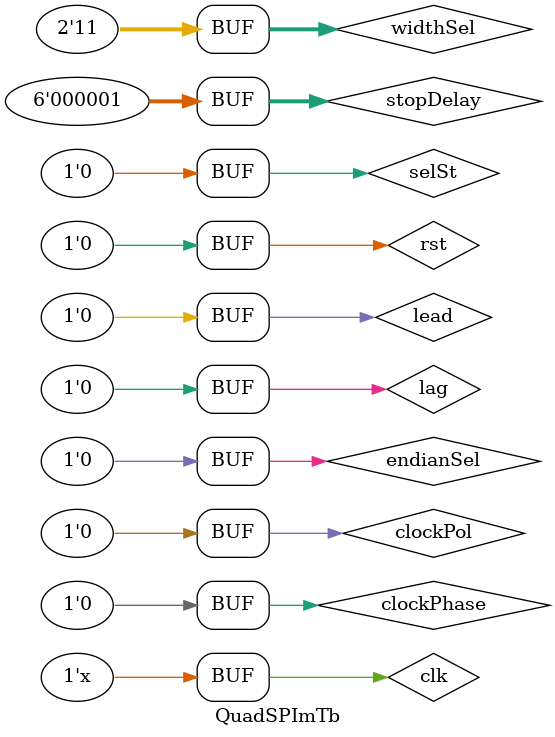
<source format=v>
`timescale 1ns / 1ps

module QuadSPImTb ();


parameter CLK_PERIOD = 8.13; // Clock period in ns

//================================================================================
//  REG/WIRE
//================================================================================
reg rst;
reg clk;

localparam [31:0] startData = 32'h01010101;
// localparam [31:0] startData = 32'h0A0B0C0D;

reg [31:0] data;
reg [31:0] dataS;

wire [1:0] widthSel  = 2'h3;
wire clockPol = 1'b0;
wire clockPhase = 1'b0;
wire endianSel = 1'b0;
wire lag = 1'b0;
wire lead = 1'b0;
wire [5:0] stopDelay = 6'h1;
wire selSt = 1'b0;
wire val;
wire valS;

reg [31:0] tbCnt;

wire start = (tbCnt>=100);
wire fifoEmpty = (tbCnt >= 500);

//================================================================================
//  ASSIGNMENTS
//================================================================================


//================================================================================
//  CODING
//================================================================================	

always #(CLK_PERIOD/2) clk = ~clk;

initial begin
	clk = 0;
	rst = 0;
	#40
	rst = 1;
	#100
	rst = 0;
end

always @(posedge clk) begin
	if (rst) begin
		tbCnt <= 0;
	end else begin
		tbCnt <= tbCnt+1;
	end
end

always @(posedge clk) begin
	if (rst) begin
		data <= startData;
	end else if (val) begin
		data <= data+32'h10;
	end
end

always @(posedge clk) begin
	if (rst) begin
		dataS <= 32'h0000000A;
	end else if (valS) begin
	// end else begin
		case(widthSel) 
			0:	begin
					dataS <= dataS+32'h10;
					// dataS <= 32'h0000000A;
				end
			1:	begin
					dataS <= dataS+32'h100;
					// dataS <= 32'h00000A0A;
				end
			2:	begin
					dataS <= dataS+32'h100;
					// dataS <= 32'h000A0A0A;
				end
			3:	begin
					dataS <= dataS+32'h100;
					// dataS <= 32'h0A0A0A0A;
				end
		endcase
	end
end

QuadSPIm QuadSPIm
(
	.Clk_i(clk),
	.Start_i(start),
	.Rst_i(rst),
	.EmptyFlag_i(fifoEmpty),
	.SpiData_i(dataS),
	.Sck_o(),
	.Ss_o(),
	.Mosi0_o(),
	.Mosi1_o(),
	.Mosi2_o(),
	.Mosi3_o(),
	.WidthSel_i(widthSel),
	.PulsePol_i(clockPol),
	.ClockPhase_i(clockPhase),
	.EndianSel_i(endianSel),
	.Lag_i(lag),
	.Lead_i(lead),
	.Stop_i(stopDelay),
	.SelSt_i(selSt),
	.Val_o(val)
);

SPIm Spi
(
    .Clk_i			(clk),
    .Rst_i			(rst),
    .Start_i		(start),
    .EmptyFlag_i	(fifoEmpty),
    .ClockPhase_i	(clockPhase),
    .SpiData_i		(dataS),
    .SelSt_i		(selSt),
    .WidthSel_i		(widthSel),
    .Lag_i			(lag),
    .Lead_i			(lead),
    .EndianSel_i	(endianSel),
    .Stop_i			(stopDelay),
    .PulsePol_i		(clockPol),


    .Mosi0_o		(),
    .Sck_o			(),
    .Ss_o			(),
    .Val_o			(valS)
);			
endmodule
</source>
